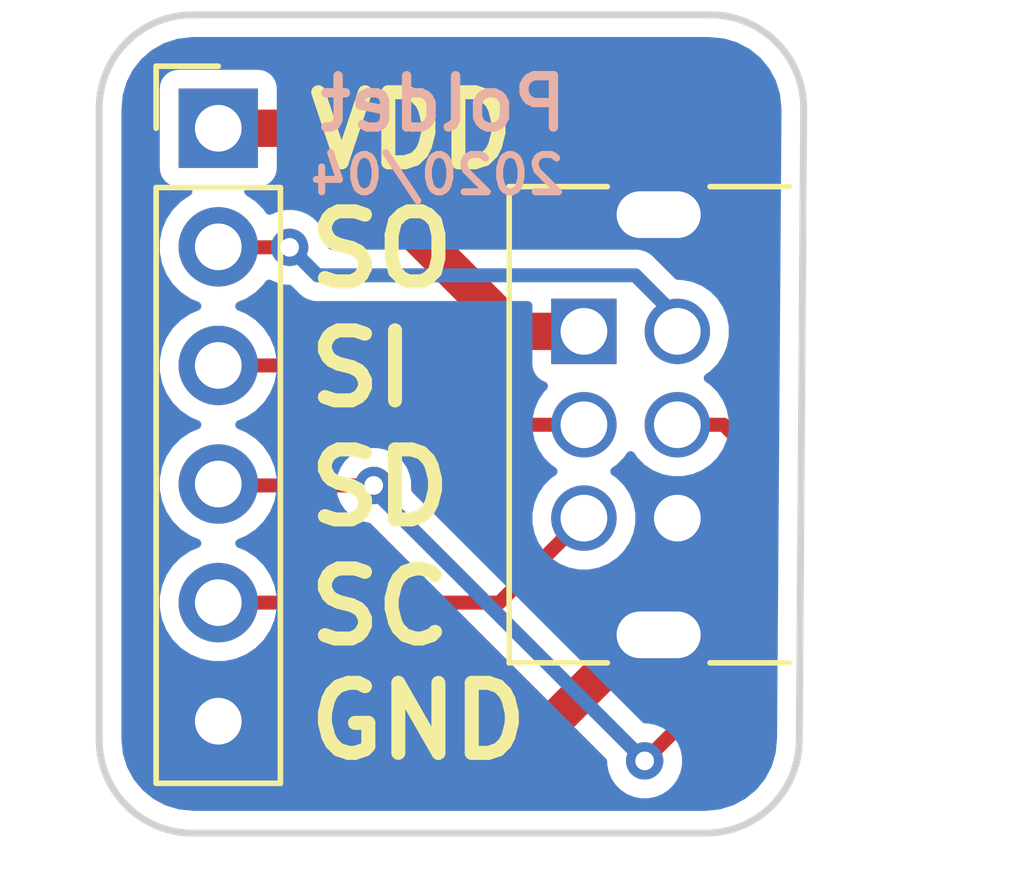
<source format=kicad_pcb>
(kicad_pcb (version 20171130) (host pcbnew "(5.1.5-0-10_14)")

  (general
    (thickness 1.2)
    (drawings 16)
    (tracks 34)
    (zones 0)
    (modules 2)
    (nets 7)
  )

  (page A4)
  (title_block
    (title GB-BRK-LINK-B)
    (rev v1.0)
    (company https://gekkio.fi)
  )

  (layers
    (0 F.Cu signal)
    (31 B.Cu signal)
    (32 B.Adhes user)
    (33 F.Adhes user)
    (34 B.Paste user)
    (35 F.Paste user)
    (36 B.SilkS user)
    (37 F.SilkS user)
    (38 B.Mask user)
    (39 F.Mask user)
    (40 Dwgs.User user)
    (41 Cmts.User user)
    (42 Eco1.User user)
    (43 Eco2.User user)
    (44 Edge.Cuts user)
    (45 Margin user)
    (46 B.CrtYd user)
    (47 F.CrtYd user)
    (48 B.Fab user)
    (49 F.Fab user)
  )

  (setup
    (last_trace_width 0.3)
    (user_trace_width 0.8)
    (trace_clearance 0.3)
    (zone_clearance 0.4)
    (zone_45_only no)
    (trace_min 0.2)
    (via_size 0.8)
    (via_drill 0.4)
    (via_min_size 0.4)
    (via_min_drill 0.3)
    (uvia_size 0.3)
    (uvia_drill 0.1)
    (uvias_allowed no)
    (uvia_min_size 0.2)
    (uvia_min_drill 0.1)
    (edge_width 0.15)
    (segment_width 0.2)
    (pcb_text_width 0.3)
    (pcb_text_size 1.5 1.5)
    (mod_edge_width 0.15)
    (mod_text_size 1 1)
    (mod_text_width 0.15)
    (pad_size 1.524 1.524)
    (pad_drill 0.762)
    (pad_to_mask_clearance 0)
    (solder_mask_min_width 0.2)
    (aux_axis_origin 0 0)
    (visible_elements FFFFFF7F)
    (pcbplotparams
      (layerselection 0x010fc_ffffffff)
      (usegerberextensions false)
      (usegerberattributes false)
      (usegerberadvancedattributes false)
      (creategerberjobfile true)
      (excludeedgelayer false)
      (linewidth 0.100000)
      (plotframeref false)
      (viasonmask false)
      (mode 1)
      (useauxorigin false)
      (hpglpennumber 1)
      (hpglpenspeed 20)
      (hpglpendiameter 15.000000)
      (psnegative false)
      (psa4output false)
      (plotreference true)
      (plotvalue true)
      (plotinvisibletext false)
      (padsonsilk false)
      (subtractmaskfromsilk false)
      (outputformat 1)
      (mirror false)
      (drillshape 0)
      (scaleselection 1)
      (outputdirectory "gerber/"))
  )

  (net 0 "")
  (net 1 "Net-(J1-Pad1)")
  (net 2 "Net-(J1-Pad2)")
  (net 3 "Net-(J1-Pad3)")
  (net 4 "Net-(J1-Pad4)")
  (net 5 "Net-(J1-Pad5)")
  (net 6 /GND)

  (net_class Default "This is the default net class."
    (clearance 0.3)
    (trace_width 0.3)
    (via_dia 0.8)
    (via_drill 0.4)
    (uvia_dia 0.3)
    (uvia_drill 0.1)
    (add_net /GND)
    (add_net "Net-(J1-Pad1)")
    (add_net "Net-(J1-Pad2)")
    (add_net "Net-(J1-Pad3)")
    (add_net "Net-(J1-Pad4)")
    (add_net "Net-(J1-Pad5)")
  )

  (module Gekkio_Connector:GameBoy_LinkPort_MGB_Horizontal (layer F.Cu) (tedit 5C33E0BE) (tstamp 5C34A369)
    (at 150.965 95.68)
    (path /5BD2ED76)
    (fp_text reference J2 (at 2.5 -4.6) (layer F.SilkS) hide
      (effects (font (size 1 1) (thickness 0.15)))
    )
    (fp_text value GameBoy_LinkPort (at 2.5 8.8) (layer F.Fab)
      (effects (font (size 1 1) (thickness 0.15)))
    )
    (fp_line (start -1.5 7) (end -1.5 -3) (layer F.Fab) (width 0.1))
    (fp_line (start -1.5 -3) (end 6.5 -3) (layer F.Fab) (width 0.1))
    (fp_line (start 6.5 7) (end 6.5 -3) (layer F.Fab) (width 0.1))
    (fp_line (start -1.5 7) (end 6.5 7) (layer F.Fab) (width 0.1))
    (fp_line (start 4.5 -3) (end 4.5 7) (layer F.Fab) (width 0.1))
    (fp_text user %R (at 5.5 2 90) (layer F.Fab)
      (effects (font (size 1 1) (thickness 0.15)))
    )
    (fp_line (start 4.4 -3.1) (end 2.7 -3.1) (layer F.SilkS) (width 0.12))
    (fp_line (start 0.5 -3.1) (end -1.6 -3.1) (layer F.SilkS) (width 0.12))
    (fp_line (start -1.6 -3.1) (end -1.6 7.1) (layer F.SilkS) (width 0.12))
    (fp_line (start -1.6 7.1) (end 0.5 7.1) (layer F.SilkS) (width 0.12))
    (fp_line (start 2.7 7.1) (end 4.4 7.1) (layer F.SilkS) (width 0.12))
    (fp_line (start 7 -3.5) (end -2 -3.5) (layer F.CrtYd) (width 0.05))
    (fp_line (start -2 -3.5) (end -2 7.5) (layer F.CrtYd) (width 0.05))
    (fp_line (start 7 -3.5) (end 7 7.5) (layer F.CrtYd) (width 0.05))
    (fp_line (start 7 7.5) (end -2 7.5) (layer F.CrtYd) (width 0.05))
    (pad 6 thru_hole circle (at 2 4) (size 1.4 1.4) (drill 1) (layers *.Cu *.Mask)
      (net 6 /GND))
    (pad 5 thru_hole circle (at 0 4) (size 1.4 1.4) (drill 1) (layers *.Cu *.Mask)
      (net 5 "Net-(J1-Pad5)"))
    (pad 4 thru_hole circle (at 2 2) (size 1.4 1.4) (drill 1) (layers *.Cu *.Mask)
      (net 4 "Net-(J1-Pad4)"))
    (pad 3 thru_hole circle (at 0 2) (size 1.4 1.4) (drill 1) (layers *.Cu *.Mask)
      (net 3 "Net-(J1-Pad3)"))
    (pad 2 thru_hole circle (at 2 0) (size 1.4 1.4) (drill 1) (layers *.Cu *.Mask)
      (net 2 "Net-(J1-Pad2)"))
    (pad 1 thru_hole rect (at 0 0) (size 1.4 1.4) (drill 1) (layers *.Cu *.Mask)
      (net 1 "Net-(J1-Pad1)"))
    (pad SH thru_hole oval (at 1.6 6.5 90) (size 1.4 2.2) (drill oval 1 1.8) (layers *.Cu *.Mask)
      (net 6 /GND))
    (pad SH thru_hole oval (at 1.6 -2.5 90) (size 1.4 2.2) (drill oval 1 1.8) (layers *.Cu *.Mask)
      (net 6 /GND))
    (model ${KISYS3DMOD}/Gekkio_Connector.3dshapes/GameBoy_LinkPort_MGB_Horizontal.wrl
      (at (xyz 0 0 0))
      (scale (xyz 1 1 1))
      (rotate (xyz 0 0 0))
    )
  )

  (module Connector_PinHeader_2.54mm:PinHeader_1x06_P2.54mm_Vertical (layer F.Cu) (tedit 5C33E0BC) (tstamp 5BD3B1C1)
    (at 143.138 91.33)
    (descr "Through hole straight pin header, 1x06, 2.54mm pitch, single row")
    (tags "Through hole pin header THT 1x06 2.54mm single row")
    (path /5BD2EE6E)
    (fp_text reference J1 (at -2.8 -0.7) (layer F.SilkS) hide
      (effects (font (size 1 1) (thickness 0.15)))
    )
    (fp_text value Conn_01x06 (at 0 15.03) (layer F.Fab)
      (effects (font (size 1 1) (thickness 0.15)))
    )
    (fp_line (start -0.635 -1.27) (end 1.27 -1.27) (layer F.Fab) (width 0.1))
    (fp_line (start 1.27 -1.27) (end 1.27 13.97) (layer F.Fab) (width 0.1))
    (fp_line (start 1.27 13.97) (end -1.27 13.97) (layer F.Fab) (width 0.1))
    (fp_line (start -1.27 13.97) (end -1.27 -0.635) (layer F.Fab) (width 0.1))
    (fp_line (start -1.27 -0.635) (end -0.635 -1.27) (layer F.Fab) (width 0.1))
    (fp_line (start -1.33 14.03) (end 1.33 14.03) (layer F.SilkS) (width 0.12))
    (fp_line (start -1.33 1.27) (end -1.33 14.03) (layer F.SilkS) (width 0.12))
    (fp_line (start 1.33 1.27) (end 1.33 14.03) (layer F.SilkS) (width 0.12))
    (fp_line (start -1.33 1.27) (end 1.33 1.27) (layer F.SilkS) (width 0.12))
    (fp_line (start -1.33 0) (end -1.33 -1.33) (layer F.SilkS) (width 0.12))
    (fp_line (start -1.33 -1.33) (end 0 -1.33) (layer F.SilkS) (width 0.12))
    (fp_line (start -1.8 -1.8) (end -1.8 14.5) (layer F.CrtYd) (width 0.05))
    (fp_line (start -1.8 14.5) (end 1.8 14.5) (layer F.CrtYd) (width 0.05))
    (fp_line (start 1.8 14.5) (end 1.8 -1.8) (layer F.CrtYd) (width 0.05))
    (fp_line (start 1.8 -1.8) (end -1.8 -1.8) (layer F.CrtYd) (width 0.05))
    (fp_text user %R (at 0 6.35 90) (layer F.Fab)
      (effects (font (size 1 1) (thickness 0.15)))
    )
    (pad 1 thru_hole rect (at 0 0) (size 1.7 1.7) (drill 1) (layers *.Cu *.Mask)
      (net 1 "Net-(J1-Pad1)"))
    (pad 2 thru_hole oval (at 0 2.54) (size 1.7 1.7) (drill 1) (layers *.Cu *.Mask)
      (net 2 "Net-(J1-Pad2)"))
    (pad 3 thru_hole oval (at 0 5.08) (size 1.7 1.7) (drill 1) (layers *.Cu *.Mask)
      (net 3 "Net-(J1-Pad3)"))
    (pad 4 thru_hole oval (at 0 7.62) (size 1.7 1.7) (drill 1) (layers *.Cu *.Mask)
      (net 4 "Net-(J1-Pad4)"))
    (pad 5 thru_hole oval (at 0 10.16) (size 1.7 1.7) (drill 1) (layers *.Cu *.Mask)
      (net 5 "Net-(J1-Pad5)"))
    (pad 6 thru_hole oval (at 0 12.7) (size 1.7 1.7) (drill 1) (layers *.Cu *.Mask)
      (net 6 /GND))
    (model ${KISYS3DMOD}/Connector_PinHeader_2.54mm.3dshapes/PinHeader_1x06_P2.54mm_Vertical.wrl
      (at (xyz 0 0 0))
      (scale (xyz 1 1 1))
      (rotate (xyz 0 0 0))
    )
  )

  (gr_text 2020/04 (at 147.828 92.329) (layer B.SilkS)
    (effects (font (size 0.8 0.8) (thickness 0.15)) (justify mirror))
  )
  (gr_text Poldet (at 147.955 90.805) (layer B.SilkS)
    (effects (font (size 1.1 1.1) (thickness 0.2)) (justify mirror))
  )
  (gr_arc (start 142.589 104.426) (end 140.589 104.426) (angle -90) (layer Edge.Cuts) (width 0.15) (tstamp 5BFC7806))
  (gr_arc (start 153.575 104.426) (end 153.575 106.426) (angle -90) (layer Edge.Cuts) (width 0.15) (tstamp 5BFC77FC))
  (gr_arc (start 153.67 90.9) (end 155.67 90.9) (angle -90) (layer Edge.Cuts) (width 0.15) (tstamp 5BFC77EE))
  (gr_arc (start 142.589 90.9) (end 142.589 88.9) (angle -90.91665426) (layer Edge.Cuts) (width 0.15))
  (gr_text GND (at 144.938 104.03) (layer F.SilkS) (tstamp 5BD3B835)
    (effects (font (size 1.5 1.5) (thickness 0.3)) (justify left))
  )
  (gr_text SC (at 144.938 101.58) (layer F.SilkS) (tstamp 5BD3B832)
    (effects (font (size 1.5 1.5) (thickness 0.3)) (justify left))
  )
  (gr_text SD (at 144.938 99.03) (layer F.SilkS) (tstamp 5BD3B82F)
    (effects (font (size 1.5 1.5) (thickness 0.3)) (justify left))
  )
  (gr_text SI (at 144.938 96.48) (layer F.SilkS) (tstamp 5BD3B82C)
    (effects (font (size 1.5 1.5) (thickness 0.3)) (justify left))
  )
  (gr_text SO (at 144.938 93.93) (layer F.SilkS) (tstamp 5BD3B828)
    (effects (font (size 1.5 1.5) (thickness 0.3)) (justify left))
  )
  (gr_text VDD (at 144.938 91.38) (layer F.SilkS)
    (effects (font (size 1.5 1.5) (thickness 0.3)) (justify left))
  )
  (gr_line (start 142.589 106.426) (end 153.575 106.426) (layer Edge.Cuts) (width 0.15) (tstamp 5BD3B226))
  (gr_line (start 155.67 90.9) (end 155.575 104.426) (layer Edge.Cuts) (width 0.15) (tstamp 5BD3B222))
  (gr_line (start 142.589 88.9) (end 153.67 88.9) (layer Edge.Cuts) (width 0.15))
  (gr_line (start 140.589 90.932) (end 140.589 104.426) (layer Edge.Cuts) (width 0.15))

  (segment (start 150.965 95.68) (end 149.465 95.68) (width 0.8) (layer F.Cu) (net 1) (tstamp 5C34A64B) (status 10))
  (segment (start 149.465 95.68) (end 145.115 91.33) (width 0.8) (layer F.Cu) (net 1) (tstamp 5C34A624))
  (segment (start 145.115 91.33) (end 143.138 91.33) (width 0.8) (layer F.Cu) (net 1))
  (segment (start 152.965 95.53) (end 152.965 95.740002) (width 0.3) (layer F.Cu) (net 2) (tstamp 5C34A621) (status 30))
  (segment (start 144.655 93.87) (end 144.665 93.88) (width 0.3) (layer F.Cu) (net 2) (tstamp 5C34A639))
  (via (at 144.665 93.88) (size 0.8) (drill 0.4) (layers F.Cu B.Cu) (net 2) (tstamp 5C34A63F) (status 1000000))
  (segment (start 145.264999 94.479999) (end 144.665 93.88) (width 0.3) (layer B.Cu) (net 2) (tstamp 5C34A615))
  (segment (start 152.064999 94.479999) (end 145.264999 94.479999) (width 0.3) (layer B.Cu) (net 2) (tstamp 5C34A642))
  (segment (start 152.965 95.68) (end 152.965 95.38) (width 0.3) (layer B.Cu) (net 2) (tstamp 5C34A636) (status 30))
  (segment (start 152.965 95.38) (end 152.064999 94.479999) (width 0.3) (layer B.Cu) (net 2) (tstamp 5C34A612) (status 10))
  (segment (start 143.148 93.88) (end 143.138 93.87) (width 0.3) (layer F.Cu) (net 2))
  (segment (start 144.665 93.88) (end 143.148 93.88) (width 0.3) (layer F.Cu) (net 2))
  (segment (start 150.965 97.68) (end 148.165 97.68) (width 0.3) (layer F.Cu) (net 3) (tstamp 5C34A654) (status 10))
  (segment (start 148.165 97.68) (end 146.895 96.41) (width 0.3) (layer F.Cu) (net 3) (tstamp 5C34A63C))
  (segment (start 146.895 96.41) (end 143.138 96.41) (width 0.3) (layer F.Cu) (net 3))
  (segment (start 152.965 98.03) (end 152.667002 98.03) (width 0.3) (layer F.Cu) (net 4) (tstamp 5C34A65A) (status 30))
  (segment (start 153.954949 97.68) (end 154.765 98.490051) (width 0.3) (layer F.Cu) (net 4) (tstamp 5C34A660))
  (segment (start 152.965 97.68) (end 153.954949 97.68) (width 0.3) (layer F.Cu) (net 4) (tstamp 5C34A65D) (status 10))
  (via (at 152.265 104.88) (size 0.8) (drill 0.4) (layers F.Cu B.Cu) (net 4) (tstamp 5C34A651))
  (segment (start 154.765 98.490051) (end 154.765 102.38) (width 0.3) (layer F.Cu) (net 4) (tstamp 5C34A648))
  (segment (start 154.765 102.38) (end 152.265 104.88) (width 0.3) (layer F.Cu) (net 4) (tstamp 5C34A62D))
  (segment (start 152.265 104.88) (end 146.465 99.08) (width 0.3) (layer B.Cu) (net 4) (tstamp 5C34A657))
  (segment (start 146.465 99.08) (end 146.465 98.98) (width 0.3) (layer B.Cu) (net 4) (tstamp 5C34A64E))
  (via (at 146.465 98.98) (size 0.8) (drill 0.4) (layers F.Cu B.Cu) (net 4) (tstamp 5C34A633))
  (segment (start 146.435 98.95) (end 146.465 98.98) (width 0.3) (layer F.Cu) (net 4) (tstamp 5C34A627))
  (segment (start 143.168 98.98) (end 143.138 98.95) (width 0.3) (layer F.Cu) (net 4))
  (segment (start 146.465 98.98) (end 143.168 98.98) (width 0.3) (layer F.Cu) (net 4))
  (segment (start 150.965 99.68) (end 149.155 101.49) (width 0.3) (layer F.Cu) (net 5) (tstamp 5C34A61E) (status 10))
  (segment (start 149.155 101.49) (end 143.138 101.49) (width 0.3) (layer F.Cu) (net 5))
  (segment (start 152.165 102.18) (end 152.565 102.18) (width 0.8) (layer F.Cu) (net 6) (tstamp 5C34A630) (status 30))
  (segment (start 150.315 104.03) (end 152.165 102.18) (width 0.8) (layer F.Cu) (net 6) (tstamp 5C34A645) (status 20))
  (segment (start 152.965 101.78) (end 152.565 102.18) (width 0.8) (layer F.Cu) (net 6) (tstamp 5C34A61B) (status 30))
  (segment (start 152.965 99.68) (end 152.965 101.78) (width 0.8) (layer F.Cu) (net 6) (tstamp 5C34A62A) (status 30))
  (segment (start 150.315 104.03) (end 143.138 104.03) (width 0.8) (layer F.Cu) (net 6))

  (zone (net 6) (net_name /GND) (layer B.Cu) (tstamp 5EA1B57F) (hatch edge 0.508)
    (connect_pads yes (clearance 0.4))
    (min_thickness 0.2)
    (fill yes (arc_segments 16) (thermal_gap 0.508) (thermal_bridge_width 0.508))
    (polygon
      (pts
        (xy 156.337 88.5825) (xy 140.335 88.5825) (xy 140.335 106.9975) (xy 156.337 106.9975)
      )
    )
    (filled_polygon
      (pts
        (xy 153.946249 89.504844) (xy 154.211973 89.585071) (xy 154.457055 89.715383) (xy 154.672158 89.890817) (xy 154.849092 90.104692)
        (xy 154.981113 90.34886) (xy 155.063193 90.614018) (xy 155.094878 90.915472) (xy 155.000198 104.395858) (xy 154.970156 104.702249)
        (xy 154.889928 104.967975) (xy 154.759615 105.213058) (xy 154.584181 105.428161) (xy 154.370304 105.605095) (xy 154.126141 105.737113)
        (xy 153.860982 105.819193) (xy 153.558363 105.851) (xy 142.617126 105.851) (xy 142.312751 105.821156) (xy 142.047025 105.740928)
        (xy 141.801942 105.610615) (xy 141.586839 105.435181) (xy 141.409905 105.221304) (xy 141.277887 104.977141) (xy 141.195807 104.711982)
        (xy 141.164 104.409363) (xy 141.164 90.958632) (xy 141.189603 90.646108) (xy 141.236867 90.48) (xy 141.785581 90.48)
        (xy 141.785581 92.18) (xy 141.795235 92.278017) (xy 141.823825 92.372267) (xy 141.870254 92.459129) (xy 141.932736 92.535264)
        (xy 142.008871 92.597746) (xy 142.095733 92.644175) (xy 142.189983 92.672765) (xy 142.288 92.682419) (xy 142.485405 92.682419)
        (xy 142.277425 92.821387) (xy 142.089387 93.009425) (xy 141.941646 93.230535) (xy 141.83988 93.47622) (xy 141.788 93.737037)
        (xy 141.788 94.002963) (xy 141.83988 94.26378) (xy 141.941646 94.509465) (xy 142.089387 94.730575) (xy 142.277425 94.918613)
        (xy 142.498535 95.066354) (xy 142.676332 95.14) (xy 142.498535 95.213646) (xy 142.277425 95.361387) (xy 142.089387 95.549425)
        (xy 141.941646 95.770535) (xy 141.83988 96.01622) (xy 141.788 96.277037) (xy 141.788 96.542963) (xy 141.83988 96.80378)
        (xy 141.941646 97.049465) (xy 142.089387 97.270575) (xy 142.277425 97.458613) (xy 142.498535 97.606354) (xy 142.676332 97.68)
        (xy 142.498535 97.753646) (xy 142.277425 97.901387) (xy 142.089387 98.089425) (xy 141.941646 98.310535) (xy 141.83988 98.55622)
        (xy 141.788 98.817037) (xy 141.788 99.082963) (xy 141.83988 99.34378) (xy 141.941646 99.589465) (xy 142.089387 99.810575)
        (xy 142.277425 99.998613) (xy 142.498535 100.146354) (xy 142.676332 100.22) (xy 142.498535 100.293646) (xy 142.277425 100.441387)
        (xy 142.089387 100.629425) (xy 141.941646 100.850535) (xy 141.83988 101.09622) (xy 141.788 101.357037) (xy 141.788 101.622963)
        (xy 141.83988 101.88378) (xy 141.941646 102.129465) (xy 142.089387 102.350575) (xy 142.277425 102.538613) (xy 142.498535 102.686354)
        (xy 142.74422 102.78812) (xy 143.005037 102.84) (xy 143.270963 102.84) (xy 143.53178 102.78812) (xy 143.777465 102.686354)
        (xy 143.998575 102.538613) (xy 144.186613 102.350575) (xy 144.334354 102.129465) (xy 144.43612 101.88378) (xy 144.488 101.622963)
        (xy 144.488 101.357037) (xy 144.43612 101.09622) (xy 144.334354 100.850535) (xy 144.186613 100.629425) (xy 143.998575 100.441387)
        (xy 143.777465 100.293646) (xy 143.599668 100.22) (xy 143.777465 100.146354) (xy 143.998575 99.998613) (xy 144.186613 99.810575)
        (xy 144.334354 99.589465) (xy 144.43612 99.34378) (xy 144.488 99.082963) (xy 144.488 98.891358) (xy 145.565 98.891358)
        (xy 145.565 99.068642) (xy 145.599586 99.24252) (xy 145.66743 99.40631) (xy 145.765924 99.553717) (xy 145.891283 99.679076)
        (xy 146.03869 99.77757) (xy 146.20248 99.845414) (xy 146.338165 99.872403) (xy 151.365 104.899238) (xy 151.365 104.968642)
        (xy 151.399586 105.14252) (xy 151.46743 105.30631) (xy 151.565924 105.453717) (xy 151.691283 105.579076) (xy 151.83869 105.67757)
        (xy 152.00248 105.745414) (xy 152.176358 105.78) (xy 152.353642 105.78) (xy 152.52752 105.745414) (xy 152.69131 105.67757)
        (xy 152.838717 105.579076) (xy 152.964076 105.453717) (xy 153.06257 105.30631) (xy 153.130414 105.14252) (xy 153.165 104.968642)
        (xy 153.165 104.791358) (xy 153.130414 104.61748) (xy 153.06257 104.45369) (xy 152.964076 104.306283) (xy 152.838717 104.180924)
        (xy 152.69131 104.08243) (xy 152.52752 104.014586) (xy 152.353642 103.98) (xy 152.284238 103.98) (xy 147.365 99.060762)
        (xy 147.365 98.891358) (xy 147.330414 98.71748) (xy 147.26257 98.55369) (xy 147.164076 98.406283) (xy 147.038717 98.280924)
        (xy 146.89131 98.18243) (xy 146.72752 98.114586) (xy 146.553642 98.08) (xy 146.376358 98.08) (xy 146.20248 98.114586)
        (xy 146.03869 98.18243) (xy 145.891283 98.280924) (xy 145.765924 98.406283) (xy 145.66743 98.55369) (xy 145.599586 98.71748)
        (xy 145.565 98.891358) (xy 144.488 98.891358) (xy 144.488 98.817037) (xy 144.43612 98.55622) (xy 144.334354 98.310535)
        (xy 144.186613 98.089425) (xy 143.998575 97.901387) (xy 143.777465 97.753646) (xy 143.599668 97.68) (xy 143.777465 97.606354)
        (xy 143.998575 97.458613) (xy 144.186613 97.270575) (xy 144.334354 97.049465) (xy 144.43612 96.80378) (xy 144.488 96.542963)
        (xy 144.488 96.277037) (xy 144.43612 96.01622) (xy 144.334354 95.770535) (xy 144.186613 95.549425) (xy 143.998575 95.361387)
        (xy 143.777465 95.213646) (xy 143.599668 95.14) (xy 143.777465 95.066354) (xy 143.998575 94.918613) (xy 144.186613 94.730575)
        (xy 144.227172 94.669874) (xy 144.23869 94.67757) (xy 144.40248 94.745414) (xy 144.576358 94.78) (xy 144.645762 94.78)
        (xy 144.782799 94.917037) (xy 144.803156 94.941842) (xy 144.902131 95.023069) (xy 145.015051 95.083426) (xy 145.137577 95.120594)
        (xy 145.233067 95.129999) (xy 145.233075 95.129999) (xy 145.264999 95.133143) (xy 145.296923 95.129999) (xy 149.762581 95.129999)
        (xy 149.762581 96.38) (xy 149.772235 96.478017) (xy 149.800825 96.572267) (xy 149.847254 96.659129) (xy 149.909736 96.735264)
        (xy 149.985871 96.797746) (xy 150.072733 96.844175) (xy 150.096546 96.851398) (xy 150.032899 96.915045) (xy 149.901574 97.111587)
        (xy 149.811116 97.329973) (xy 149.765 97.56181) (xy 149.765 97.79819) (xy 149.811116 98.030027) (xy 149.901574 98.248413)
        (xy 150.032899 98.444955) (xy 150.200045 98.612101) (xy 150.301663 98.68) (xy 150.200045 98.747899) (xy 150.032899 98.915045)
        (xy 149.901574 99.111587) (xy 149.811116 99.329973) (xy 149.765 99.56181) (xy 149.765 99.79819) (xy 149.811116 100.030027)
        (xy 149.901574 100.248413) (xy 150.032899 100.444955) (xy 150.200045 100.612101) (xy 150.396587 100.743426) (xy 150.614973 100.833884)
        (xy 150.84681 100.88) (xy 151.08319 100.88) (xy 151.315027 100.833884) (xy 151.533413 100.743426) (xy 151.729955 100.612101)
        (xy 151.897101 100.444955) (xy 152.028426 100.248413) (xy 152.118884 100.030027) (xy 152.165 99.79819) (xy 152.165 99.56181)
        (xy 152.118884 99.329973) (xy 152.028426 99.111587) (xy 151.897101 98.915045) (xy 151.729955 98.747899) (xy 151.628337 98.68)
        (xy 151.729955 98.612101) (xy 151.897101 98.444955) (xy 151.965 98.343337) (xy 152.032899 98.444955) (xy 152.200045 98.612101)
        (xy 152.396587 98.743426) (xy 152.614973 98.833884) (xy 152.84681 98.88) (xy 153.08319 98.88) (xy 153.315027 98.833884)
        (xy 153.533413 98.743426) (xy 153.729955 98.612101) (xy 153.897101 98.444955) (xy 154.028426 98.248413) (xy 154.118884 98.030027)
        (xy 154.165 97.79819) (xy 154.165 97.56181) (xy 154.118884 97.329973) (xy 154.028426 97.111587) (xy 153.897101 96.915045)
        (xy 153.729955 96.747899) (xy 153.628337 96.68) (xy 153.729955 96.612101) (xy 153.897101 96.444955) (xy 154.028426 96.248413)
        (xy 154.118884 96.030027) (xy 154.165 95.79819) (xy 154.165 95.56181) (xy 154.118884 95.329973) (xy 154.028426 95.111587)
        (xy 153.897101 94.915045) (xy 153.729955 94.747899) (xy 153.533413 94.616574) (xy 153.315027 94.526116) (xy 153.08319 94.48)
        (xy 152.984239 94.48) (xy 152.547197 94.042959) (xy 152.526842 94.018156) (xy 152.427867 93.936929) (xy 152.314947 93.876572)
        (xy 152.192421 93.839404) (xy 152.096931 93.829999) (xy 152.09692 93.829999) (xy 152.064999 93.826855) (xy 152.033078 93.829999)
        (xy 145.565 93.829999) (xy 145.565 93.791358) (xy 145.530414 93.61748) (xy 145.46257 93.45369) (xy 145.364076 93.306283)
        (xy 145.238717 93.180924) (xy 145.09131 93.08243) (xy 144.92752 93.014586) (xy 144.753642 92.98) (xy 144.576358 92.98)
        (xy 144.40248 93.014586) (xy 144.23869 93.08243) (xy 144.236411 93.083953) (xy 144.186613 93.009425) (xy 143.998575 92.821387)
        (xy 143.790595 92.682419) (xy 143.988 92.682419) (xy 144.086017 92.672765) (xy 144.180267 92.644175) (xy 144.267129 92.597746)
        (xy 144.343264 92.535264) (xy 144.405746 92.459129) (xy 144.452175 92.372267) (xy 144.480765 92.278017) (xy 144.490419 92.18)
        (xy 144.490419 90.48) (xy 144.480765 90.381983) (xy 144.452175 90.287733) (xy 144.405746 90.200871) (xy 144.343264 90.124736)
        (xy 144.267129 90.062254) (xy 144.180267 90.015825) (xy 144.086017 89.987235) (xy 143.988 89.977581) (xy 142.288 89.977581)
        (xy 142.189983 89.987235) (xy 142.095733 90.015825) (xy 142.008871 90.062254) (xy 141.932736 90.124736) (xy 141.870254 90.200871)
        (xy 141.823825 90.287733) (xy 141.795235 90.381983) (xy 141.785581 90.48) (xy 141.236867 90.48) (xy 141.265569 90.379132)
        (xy 141.391944 90.131995) (xy 141.563915 89.914112) (xy 141.77493 89.733782) (xy 142.016954 89.597872) (xy 142.280767 89.511559)
        (xy 142.58108 89.475129) (xy 142.592299 89.475) (xy 153.641874 89.475)
      )
    )
  )
)

</source>
